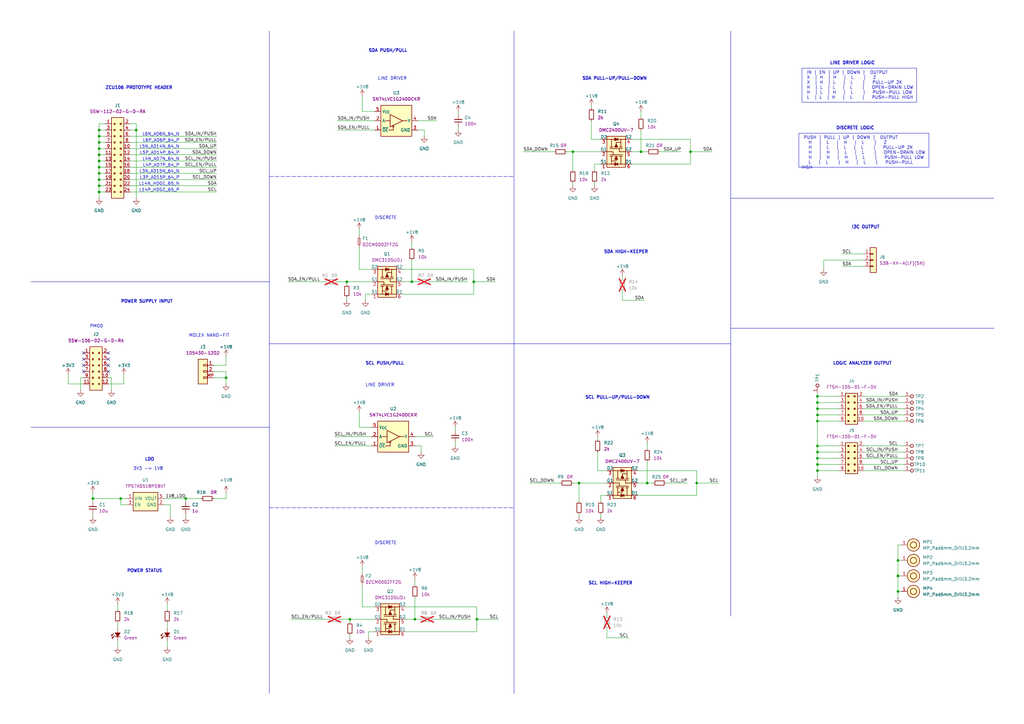
<source format=kicad_sch>
(kicad_sch (version 20230121) (generator eeschema)
  (paper "A3")
  (title_block (title "I3C output stage adapter") (date "2024-11-05") (rev "1.0.0") (company "Antmicro Ltd.") (comment 1 "www.antmicro.com"))
  (junction (at 142.24 115.57))
  (junction (at 368.3 242.57))
  (junction (at 40.64 71.12))
  (junction (at 40.64 55.88))
  (junction (at 335.28 182.88))
  (junction (at 40.64 60.96))
  (junction (at 40.64 76.2))
  (junction (at 335.28 167.64))
  (junction (at 40.64 53.34))
  (junction (at 335.28 190.5))
  (junction (at 170.18 254))
  (junction (at 40.64 78.74))
  (junction (at 194.31 115.57))
  (junction (at 262.89 62.23))
  (junction (at 38.1 204.47))
  (junction (at 40.64 73.66))
  (junction (at 285.75 198.12))
  (junction (at 237.49 198.12))
  (junction (at 40.64 63.5))
  (junction (at 265.43 198.12))
  (junction (at 335.28 162.56))
  (junction (at 49.53 204.47))
  (junction (at 40.64 68.58))
  (junction (at 335.28 187.96))
  (junction (at 55.88 53.34))
  (junction (at 368.3 236.22))
  (junction (at 40.64 58.42))
  (junction (at 76.2 204.47))
  (junction (at 335.28 172.72))
  (junction (at 195.58 254))
  (junction (at 143.51 254))
  (junction (at 40.64 66.04))
  (junction (at 368.3 229.87))
  (junction (at 168.91 115.57))
  (junction (at 335.28 193.04))
  (junction (at 335.28 165.1))
  (junction (at 335.28 170.18))
  (junction (at 234.95 62.23))
  (junction (at 92.71 154.94))
  (junction (at 283.21 62.23))
  (junction (at 335.28 185.42))
  (no_connect (at 34.29 144.78))
  (no_connect (at 44.45 152.4))
  (no_connect (at 44.45 149.86))
  (no_connect (at 34.29 149.86))
  (no_connect (at 34.29 152.4))
  (no_connect (at 44.45 147.32))
  (no_connect (at 34.29 147.32))
  (no_connect (at 44.45 144.78))
  (wire (pts (xy 255.27 114.3) (xy 255.27 113.03)))
  (wire (pts (xy 259.08 62.23) (xy 262.89 62.23)))
  (wire (pts (xy 38.1 212.09) (xy 38.1 210.82)))
  (wire (pts (xy 139.7 254) (xy 143.51 254)))
  (wire (pts (xy 48.26 255.27) (xy 48.26 257.81)))
  (wire (pts (xy 149.86 120.65) (xy 149.86 123.19)))
  (wire (pts (xy 245.11 180.34) (xy 245.11 179.07)))
  (wire (pts (xy 53.34 60.96) (xy 88.9 60.96)))
  (wire (pts (xy 153.67 45.72) (xy 148.59 45.72)))
  (wire (pts (xy 40.64 71.12) (xy 40.64 68.58)))
  (wire (pts (xy 76.2 204.47) (xy 82.55 204.47)))
  (wire (pts (xy 195.58 248.92) (xy 195.58 254)))
  (wire (pts (xy 165.1 115.57) (xy 168.91 115.57)))
  (polyline (pts (xy 299.72 134.62) (xy 407.67 134.62)))
  (wire (pts (xy 354.33 193.04) (xy 370.84 193.04)))
  (wire (pts (xy 187.96 45.72) (xy 187.96 46.99)))
  (wire (pts (xy 168.91 101.6) (xy 168.91 99.06)))
  (wire (pts (xy 170.18 179.07) (xy 177.8 179.07)))
  (wire (pts (xy 234.95 74.93) (xy 234.95 76.2)))
  (wire (pts (xy 142.24 115.57) (xy 142.24 116.84)))
  (wire (pts (xy 248.92 203.2) (xy 246.38 203.2)))
  (wire (pts (xy 354.33 187.96) (xy 370.84 187.96)))
  (wire (pts (xy 176.53 115.57) (xy 191.77 115.57)))
  (wire (pts (xy 283.21 57.15) (xy 283.21 62.23)))
  (wire (pts (xy 166.37 248.92) (xy 195.58 248.92)))
  (wire (pts (xy 40.64 58.42) (xy 43.18 58.42)))
  (wire (pts (xy 52.07 207.01) (xy 49.53 207.01)))
  (wire (pts (xy 255.27 123.19) (xy 264.16 123.19)))
  (wire (pts (xy 335.28 172.72) (xy 335.28 182.88)))
  (wire (pts (xy 171.45 49.53) (xy 179.07 49.53)))
  (wire (pts (xy 40.64 78.74) (xy 43.18 78.74)))
  (wire (pts (xy 40.64 55.88) (xy 40.64 53.34)))
  (wire (pts (xy 68.58 262.89) (xy 68.58 265.43)))
  (wire (pts (xy 243.84 74.93) (xy 243.84 76.2)))
  (wire (pts (xy 138.43 53.34) (xy 153.67 53.34)))
  (wire (pts (xy 335.28 165.1) (xy 335.28 167.64)))
  (wire (pts (xy 195.58 259.08) (xy 166.37 259.08)))
  (wire (pts (xy 50.8 157.48) (xy 44.45 157.48)))
  (polyline (pts (xy 299.72 252.73) (xy 299.72 12.7)))
  (wire (pts (xy 259.08 57.15) (xy 283.21 57.15)))
  (wire (pts (xy 165.1 110.49) (xy 194.31 110.49)))
  (wire (pts (xy 265.43 184.15) (xy 265.43 181.61)))
  (wire (pts (xy 195.58 254) (xy 195.58 259.08)))
  (wire (pts (xy 354.33 185.42) (xy 370.84 185.42)))
  (wire (pts (xy 53.34 71.12) (xy 88.9 71.12)))
  (wire (pts (xy 194.31 110.49) (xy 194.31 115.57)))
  (wire (pts (xy 173.99 53.34) (xy 173.99 55.88)))
  (wire (pts (xy 142.24 121.92) (xy 142.24 123.19)))
  (wire (pts (xy 261.62 198.12) (xy 265.43 198.12)))
  (wire (pts (xy 92.71 201.93) (xy 92.71 204.47)))
  (wire (pts (xy 119.38 254) (xy 134.62 254)))
  (wire (pts (xy 147.32 175.26) (xy 147.32 168.91)))
  (wire (pts (xy 69.85 207.01) (xy 69.85 212.09)))
  (wire (pts (xy 68.58 255.27) (xy 68.58 257.81)))
  (wire (pts (xy 368.3 236.22) (xy 368.3 242.57)))
  (wire (pts (xy 335.28 161.29) (xy 335.28 162.56)))
  (wire (pts (xy 242.57 57.15) (xy 246.38 57.15)))
  (wire (pts (xy 53.34 68.58) (xy 88.9 68.58)))
  (wire (pts (xy 92.71 152.4) (xy 92.71 154.94)))
  (wire (pts (xy 242.57 49.53) (xy 242.57 57.15)))
  (wire (pts (xy 53.34 58.42) (xy 88.9 58.42)))
  (wire (pts (xy 48.26 247.65) (xy 48.26 250.19)))
  (wire (pts (xy 55.88 53.34) (xy 55.88 50.8)))
  (wire (pts (xy 40.64 66.04) (xy 40.64 63.5)))
  (wire (pts (xy 40.64 63.5) (xy 43.18 63.5)))
  (wire (pts (xy 153.67 259.08) (xy 151.13 259.08)))
  (wire (pts (xy 335.28 185.42) (xy 344.17 185.42)))
  (wire (pts (xy 40.64 81.28) (xy 40.64 78.74)))
  (wire (pts (xy 187.96 53.34) (xy 187.96 52.07)))
  (wire (pts (xy 50.8 157.48) (xy 50.8 153.67)))
  (wire (pts (xy 261.62 203.2) (xy 285.75 203.2)))
  (wire (pts (xy 242.57 44.45) (xy 242.57 43.18)))
  (wire (pts (xy 40.64 53.34) (xy 40.64 50.8)))
  (wire (pts (xy 283.21 62.23) (xy 283.21 67.31)))
  (wire (pts (xy 53.34 63.5) (xy 88.9 63.5)))
  (wire (pts (xy 335.28 167.64) (xy 344.17 167.64)))
  (wire (pts (xy 152.4 175.26) (xy 147.32 175.26)))
  (wire (pts (xy 40.64 66.04) (xy 43.18 66.04)))
  (wire (pts (xy 40.64 60.96) (xy 43.18 60.96)))
  (wire (pts (xy 40.64 58.42) (xy 40.64 55.88)))
  (wire (pts (xy 27.94 157.48) (xy 34.29 157.48)))
  (wire (pts (xy 53.34 76.2) (xy 88.9 76.2)))
  (polyline (pts (xy 210.82 284.48) (xy 210.82 12.7)))
  (wire (pts (xy 354.33 162.56) (xy 370.84 162.56)))
  (wire (pts (xy 337.82 106.68) (xy 337.82 110.49)))
  (wire (pts (xy 68.58 247.65) (xy 68.58 250.19)))
  (wire (pts (xy 335.28 172.72) (xy 344.17 172.72)))
  (wire (pts (xy 285.75 193.04) (xy 285.75 198.12)))
  (polyline (pts (xy 110.49 208.28) (xy 210.82 208.28)) (stroke (width 0) (type dash)))
  (wire (pts (xy 40.64 53.34) (xy 43.18 53.34)))
  (wire (pts (xy 40.64 76.2) (xy 43.18 76.2)))
  (polyline (pts (xy 299.72 81.28) (xy 407.67 81.28)))
  (wire (pts (xy 354.33 104.14) (xy 345.44 104.14)))
  (wire (pts (xy 369.57 223.52) (xy 368.3 223.52)))
  (wire (pts (xy 186.69 182.88) (xy 186.69 181.61)))
  (polyline (pts (xy 12.7 115.57) (xy 110.49 115.57)))
  (wire (pts (xy 138.43 49.53) (xy 153.67 49.53)))
  (wire (pts (xy 354.33 165.1) (xy 370.84 165.1)))
  (wire (pts (xy 335.28 170.18) (xy 335.28 172.72)))
  (wire (pts (xy 285.75 198.12) (xy 285.75 203.2)))
  (wire (pts (xy 283.21 62.23) (xy 292.1 62.23)))
  (wire (pts (xy 261.62 193.04) (xy 285.75 193.04)))
  (wire (pts (xy 369.57 242.57) (xy 368.3 242.57)))
  (wire (pts (xy 55.88 81.28) (xy 55.88 53.34)))
  (polyline (pts (xy 110.49 284.48) (xy 110.49 12.7)))
  (wire (pts (xy 234.95 62.23) (xy 246.38 62.23)))
  (wire (pts (xy 237.49 210.82) (xy 237.49 212.09)))
  (wire (pts (xy 177.8 254) (xy 193.04 254)))
  (wire (pts (xy 166.37 254) (xy 170.18 254)))
  (wire (pts (xy 33.02 154.94) (xy 34.29 154.94)))
  (wire (pts (xy 45.72 154.94) (xy 44.45 154.94)))
  (wire (pts (xy 87.63 204.47) (xy 92.71 204.47)))
  (wire (pts (xy 143.51 254) (xy 153.67 254)))
  (wire (pts (xy 143.51 260.35) (xy 143.51 261.62)))
  (wire (pts (xy 92.71 146.05) (xy 92.71 149.86)))
  (wire (pts (xy 38.1 204.47) (xy 49.53 204.47)))
  (wire (pts (xy 170.18 182.88) (xy 172.72 182.88)))
  (wire (pts (xy 148.59 248.92) (xy 148.59 240.03)))
  (wire (pts (xy 186.69 175.26) (xy 186.69 176.53)))
  (wire (pts (xy 152.4 110.49) (xy 147.32 110.49)))
  (wire (pts (xy 40.64 50.8) (xy 43.18 50.8)))
  (wire (pts (xy 137.16 182.88) (xy 152.4 182.88)))
  (wire (pts (xy 335.28 162.56) (xy 335.28 165.1)))
  (wire (pts (xy 335.28 190.5) (xy 335.28 193.04)))
  (wire (pts (xy 49.53 207.01) (xy 49.53 204.47)))
  (wire (pts (xy 354.33 167.64) (xy 370.84 167.64)))
  (wire (pts (xy 76.2 212.09) (xy 76.2 210.82)))
  (wire (pts (xy 335.28 193.04) (xy 344.17 193.04)))
  (wire (pts (xy 237.49 198.12) (xy 248.92 198.12)))
  (wire (pts (xy 152.4 120.65) (xy 149.86 120.65)))
  (wire (pts (xy 67.31 207.01) (xy 69.85 207.01)))
  (wire (pts (xy 368.3 242.57) (xy 368.3 245.11)))
  (wire (pts (xy 40.64 60.96) (xy 40.64 58.42)))
  (wire (pts (xy 33.02 154.94) (xy 33.02 160.02)))
  (wire (pts (xy 245.11 185.42) (xy 245.11 193.04)))
  (wire (pts (xy 243.84 67.31) (xy 243.84 69.85)))
  (wire (pts (xy 40.64 55.88) (xy 43.18 55.88)))
  (wire (pts (xy 87.63 152.4) (xy 92.71 152.4)))
  (wire (pts (xy 148.59 234.95) (xy 148.59 232.41)))
  (wire (pts (xy 335.28 170.18) (xy 344.17 170.18)))
  (wire (pts (xy 27.94 157.48) (xy 27.94 153.67)))
  (wire (pts (xy 40.64 68.58) (xy 43.18 68.58)))
  (wire (pts (xy 170.18 245.11) (xy 170.18 254)))
  (wire (pts (xy 92.71 149.86) (xy 87.63 149.86)))
  (polyline (pts (xy 12.7 175.26) (xy 110.49 175.26)))
  (wire (pts (xy 76.2 204.47) (xy 76.2 205.74)))
  (wire (pts (xy 262.89 48.26) (xy 262.89 45.72)))
  (wire (pts (xy 194.31 115.57) (xy 203.2 115.57)))
  (wire (pts (xy 53.34 78.74) (xy 88.9 78.74)))
  (wire (pts (xy 92.71 157.48) (xy 92.71 154.94)))
  (wire (pts (xy 87.63 154.94) (xy 92.71 154.94)))
  (wire (pts (xy 248.92 257.81) (xy 248.92 261.62)))
  (wire (pts (xy 67.31 204.47) (xy 76.2 204.47)))
  (wire (pts (xy 138.43 115.57) (xy 142.24 115.57)))
  (wire (pts (xy 170.18 240.03) (xy 170.18 237.49)))
  (wire (pts (xy 40.64 68.58) (xy 40.64 66.04)))
  (wire (pts (xy 262.89 53.34) (xy 262.89 62.23)))
  (wire (pts (xy 55.88 50.8) (xy 53.34 50.8)))
  (wire (pts (xy 118.11 115.57) (xy 133.35 115.57)))
  (wire (pts (xy 137.16 179.07) (xy 152.4 179.07)))
  (wire (pts (xy 40.64 73.66) (xy 43.18 73.66)))
  (wire (pts (xy 45.72 154.94) (xy 45.72 160.02)))
  (wire (pts (xy 259.08 67.31) (xy 283.21 67.31)))
  (wire (pts (xy 262.89 62.23) (xy 265.43 62.23)))
  (wire (pts (xy 148.59 45.72) (xy 148.59 39.37)))
  (wire (pts (xy 194.31 115.57) (xy 194.31 120.65)))
  (wire (pts (xy 246.38 203.2) (xy 246.38 205.74)))
  (wire (pts (xy 335.28 187.96) (xy 335.28 190.5)))
  (wire (pts (xy 53.34 55.88) (xy 88.9 55.88)))
  (wire (pts (xy 53.34 66.04) (xy 88.9 66.04)))
  (wire (pts (xy 147.32 96.52) (xy 147.32 93.98)))
  (wire (pts (xy 40.64 63.5) (xy 40.64 60.96)))
  (wire (pts (xy 354.33 170.18) (xy 370.84 170.18)))
  (wire (pts (xy 337.82 106.68) (xy 354.33 106.68)))
  (wire (pts (xy 369.57 229.87) (xy 368.3 229.87)))
  (wire (pts (xy 48.26 262.89) (xy 48.26 265.43)))
  (wire (pts (xy 354.33 109.22) (xy 345.44 109.22)))
  (wire (pts (xy 265.43 198.12) (xy 267.97 198.12)))
  (wire (pts (xy 335.28 182.88) (xy 344.17 182.88)))
  (wire (pts (xy 369.57 236.22) (xy 368.3 236.22)))
  (wire (pts (xy 40.64 76.2) (xy 40.64 73.66)))
  (wire (pts (xy 265.43 189.23) (xy 265.43 198.12)))
  (wire (pts (xy 335.28 165.1) (xy 344.17 165.1)))
  (wire (pts (xy 53.34 53.34) (xy 55.88 53.34)))
  (wire (pts (xy 40.64 71.12) (xy 43.18 71.12)))
  (wire (pts (xy 171.45 53.34) (xy 173.99 53.34)))
  (wire (pts (xy 53.34 73.66) (xy 88.9 73.66)))
  (wire (pts (xy 273.05 198.12) (xy 281.94 198.12)))
  (wire (pts (xy 170.18 254) (xy 172.72 254)))
  (wire (pts (xy 270.51 62.23) (xy 279.4 62.23)))
  (wire (pts (xy 232.41 62.23) (xy 234.95 62.23)))
  (wire (pts (xy 49.53 204.47) (xy 52.07 204.47)))
  (wire (pts (xy 153.67 248.92) (xy 148.59 248.92)))
  (polyline (pts (xy 110.49 140.97) (xy 299.72 140.97)))
  (polyline (pts (xy 110.49 72.39) (xy 210.82 72.39)) (stroke (width 0) (type dash)))
  (wire (pts (xy 335.28 185.42) (xy 335.28 187.96)))
  (wire (pts (xy 151.13 259.08) (xy 151.13 261.62)))
  (wire (pts (xy 194.31 120.65) (xy 165.1 120.65)))
  (wire (pts (xy 354.33 182.88) (xy 370.84 182.88)))
  (wire (pts (xy 234.95 198.12) (xy 237.49 198.12)))
  (wire (pts (xy 147.32 110.49) (xy 147.32 101.6)))
  (wire (pts (xy 354.33 190.5) (xy 370.84 190.5)))
  (wire (pts (xy 335.28 167.64) (xy 335.28 170.18)))
  (wire (pts (xy 285.75 198.12) (xy 294.64 198.12)))
  (wire (pts (xy 40.64 73.66) (xy 40.64 71.12)))
  (wire (pts (xy 168.91 106.68) (xy 168.91 115.57)))
  (wire (pts (xy 40.64 78.74) (xy 40.64 76.2)))
  (wire (pts (xy 38.1 201.93) (xy 38.1 204.47)))
  (wire (pts (xy 354.33 172.72) (xy 370.84 172.72)))
  (wire (pts (xy 143.51 254) (xy 143.51 255.27)))
  (wire (pts (xy 214.63 62.23) (xy 227.33 62.23)))
  (wire (pts (xy 195.58 254) (xy 204.47 254)))
  (wire (pts (xy 248.92 261.62) (xy 257.81 261.62)))
  (wire (pts (xy 335.28 182.88) (xy 335.28 185.42)))
  (wire (pts (xy 335.28 193.04) (xy 335.28 195.58)))
  (wire (pts (xy 172.72 182.88) (xy 172.72 185.42)))
  (wire (pts (xy 168.91 115.57) (xy 171.45 115.57)))
  (wire (pts (xy 335.28 190.5) (xy 344.17 190.5)))
  (wire (pts (xy 335.28 187.96) (xy 344.17 187.96)))
  (wire (pts (xy 237.49 198.12) (xy 237.49 205.74)))
  (wire (pts (xy 245.11 193.04) (xy 248.92 193.04)))
  (wire (pts (xy 217.17 198.12) (xy 229.87 198.12)))
  (wire (pts (xy 246.38 210.82) (xy 246.38 212.09)))
  (wire (pts (xy 234.95 62.23) (xy 234.95 69.85)))
  (wire (pts (xy 248.92 252.73) (xy 248.92 251.46)))
  (wire (pts (xy 255.27 119.38) (xy 255.27 123.19)))
  (wire (pts (xy 246.38 67.31) (xy 243.84 67.31)))
  (wire (pts (xy 335.28 162.56) (xy 344.17 162.56)))
  (wire (pts (xy 368.3 223.52) (xy 368.3 229.87)))
  (wire (pts (xy 368.3 229.87) (xy 368.3 236.22)))
  (wire (pts (xy 38.1 205.74) (xy 38.1 204.47)))
  (wire (pts (xy 142.24 115.57) (xy 152.4 115.57)))
  (text_box " IN | EN | UP | DOWN |  OUTPUT\n X  | H  | H   |  L    |   Z\n X  | H  | L   |  L    |   PULL-UP 2K\n H  | L  | L   |  L    |   OPEN-DRAIN LOW\n H  | L  | H   |  L    |   PUSH-PULL LOW\n L  | L  | H   |  L    |   PUSH-PULL HIGH" (at 328.93 27.94 0) (size 46.99 13.97) (effects (font (size 1.27 1.27)) (justify left top)))
  (text_box " PUSH | PULL | UP | DOWN |  OUTPUT\n   H   |  L   |  H   |  L    |   Z\n   H   |  L   |  L   |  L    |   PULL-UP 2K\n   H   |  H   |  L   |  L    |   OPEN-DRAIN LOW\n   H   |  H   |  H   |  L    |   PUSH-PULL LOW\n   L   |  L    |  H   |  L    |   PUSH-PULL HIGH" (at 327.66 54.61 0) (size 53.34 13.97) (effects (font (size 1.27 1.27)) (justify left top)))
  (text "LINE DRIVER" (at 154.94 33.02 0) (effects (font (size 1.27 1.27)) (justify left bottom)))
  (text "L4N_AD7N_64_N" (at 73.66 66.04 0) (effects (font (size 1.27 1.27)) (justify right bottom)))
  (text "DISCRETE" (at 153.67 90.17 0) (effects (font (size 1.27 1.27)) (justify left bottom)))
  (text "L3N_AD15N_64_N" (at 73.66 71.12 0) (effects (font (size 1.27 1.27)) (justify right bottom)))
  (text "DISCRETE LOGIC" (at 342.9 53.34 0) (effects (font (size 1.27 1.27) (thickness 0.254) bold) (justify left bottom)))
  (text "LINE DRIVER LOGIC" (at 340.36 26.67 0) (effects (font (size 1.27 1.27) (thickness 0.254) bold) (justify left bottom)))
  (text "L6P_AD6P_64_P" (at 73.66 58.42 0) (effects (font (size 1.27 1.27)) (justify right bottom)))
  (text "SCL PUSH/PULL" (at 149.86 149.86 0) (effects (font (size 1.27 1.27) (thickness 0.254) bold) (justify left bottom)))
  (text "L14N_HDGC_65_N" (at 73.66 76.2 0) (effects (font (size 1.27 1.27)) (justify right bottom)))
  (text "SDA PUSH/PULL" (at 151.13 21.59 0) (effects (font (size 1.27 1.27) (thickness 0.254) bold) (justify left bottom)))
  (text " LDO" (at 58.42 189.23 0) (effects (font (size 1.27 1.27) (thickness 0.254) bold) (justify left bottom)))
  (text "LOGIC ANALYZER OUTPUT" (at 341.63 149.86 0) (effects (font (size 1.27 1.27) (thickness 0.254) bold) (justify left bottom)))
  (text "DISCRETE" (at 153.67 223.52 0) (effects (font (size 1.27 1.27)) (justify left bottom)))
  (text "MOLEX NANO-FIT" (at 77.47 138.43 0) (effects (font (size 1.27 1.27)) (justify left bottom)))
  (text "L6N_AD6N_64_N" (at 73.66 55.88 0) (effects (font (size 1.27 1.27)) (justify right bottom)))
  (text "L5N_AD14N_64_N" (at 73.66 60.96 0) (effects (font (size 1.27 1.27)) (justify right bottom)))
  (text "LINE DRIVER" (at 149.86 158.75 0) (effects (font (size 1.27 1.27)) (justify left bottom)))
  (text "SDA HIGH-KEEPER" (at 247.65 104.14 0) (effects (font (size 1.27 1.27) (thickness 0.254) bold) (justify left bottom)))
  (text "L4P_AD7P_64_P" (at 73.66 68.58 0) (effects (font (size 1.27 1.27)) (justify right bottom)))
  (text "L5P_AD14P_64_P" (at 73.66 63.5 0) (effects (font (size 1.27 1.27)) (justify right bottom)))
  (text "PMOD" (at 36.83 134.62 0) (effects (font (size 1.27 1.27)) (justify left bottom)))
  (text "SCL PULL-UP/PULL-DOWN" (at 240.03 163.83 0) (effects (font (size 1.27 1.27) (thickness 0.254) bold) (justify left bottom)))
  (text "ZCU106 PROTOTYPE HEADER" (at 43.18 36.83 0) (effects (font (size 1.27 1.27) (thickness 0.254) bold) (justify left bottom)))
  (text "SCL HIGH-KEEPER" (at 241.3 240.03 0) (effects (font (size 1.27 1.27) (thickness 0.254) bold) (justify left bottom)))
  (text "I3C OUTPUT" (at 349.25 93.98 0) (effects (font (size 1.27 1.27) (thickness 0.254) bold) (justify left bottom)))
  (text "L3P_AD15P_64_P" (at 73.66 73.66 0) (effects (font (size 1.27 1.27)) (justify right bottom)))
  (text "L14P_HDGC_65_P" (at 73.66 78.74 0) (effects (font (size 1.27 1.27)) (justify right bottom)))
  (text "SDA PULL-UP/PULL-DOWN" (at 238.76 33.02 0) (effects (font (size 1.27 1.27) (thickness 0.254) bold) (justify left bottom)))
  (text "POWER SUPPLY INPUT" (at 49.53 124.46 0) (effects (font (size 1.27 1.27) (thickness 0.254) bold) (justify left bottom)))
  (text "3V3 -> 1V8" (at 54.61 193.04 0) (effects (font (size 1.27 1.27)) (justify left bottom)))
  (text "POWER STATUS" (at 52.07 234.95 0) (effects (font (size 1.27 1.27) (thickness 0.254) bold) (justify left bottom)))
  (label "SCL_EN{slash}PULL" (at 119.38 254 0))
  (label "SDA_EN{slash}PULL" (at 138.43 53.34 0))
  (label "SDA_DOWN" (at 214.63 62.23 0))
  (label "SDA_EN{slash}PULL" (at 118.11 115.57 0))
  (label "SDA_UP" (at 368.3 170.18 180))
  (label "SCL_IN{slash}PUSH" (at 368.3 185.42 180))
  (label "SDA" (at 203.2 115.57 180))
  (label "SDA_EN{slash}PULL" (at 88.9 58.42 180))
  (label "SCL_EN{slash}PULL" (at 88.9 68.58 180))
  (label "SDA_UP" (at 88.9 60.96 180))
  (label "SCL" (at 177.8 179.07 180))
  (label "SDA" (at 345.44 109.22 0))
  (label "SDA_IN{slash}PUSH" (at 368.3 165.1 180))
  (label "SCL" (at 294.64 198.12 180))
  (label "SDA_IN{slash}PUSH" (at 191.77 115.57 180))
  (label "SDA_EN{slash}PULL" (at 368.3 167.64 180))
  (label "SDA_IN{slash}PUSH" (at 138.43 49.53 0))
  (label "SDA_DOWN" (at 88.9 63.5 180))
  (label "SCL" (at 204.47 254 180))
  (label "SCL_EN{slash}PULL" (at 368.3 187.96 180))
  (label "SCL" (at 345.44 104.14 0))
  (label "SCL" (at 88.9 78.74 180))
  (label "SCL_EN{slash}PULL" (at 137.16 182.88 0))
  (label "SCL_DOWN" (at 368.3 193.04 180))
  (label "1V8_LDO" (at 76.2 204.47 180))
  (label "SCL_IN{slash}PUSH" (at 193.04 254 180))
  (label "SCL" (at 257.81 261.62 180))
  (label "SCL_IN{slash}PUSH" (at 137.16 179.07 0))
  (label "SCL_UP" (at 368.3 190.5 180))
  (label "SDA_DOWN" (at 368.3 172.72 180))
  (label "SDA_UP" (at 279.4 62.23 180))
  (label "SDA" (at 264.16 123.19 180))
  (label "SDA" (at 88.9 76.2 180))
  (label "SDA" (at 179.07 49.53 180))
  (label "SCL" (at 368.3 182.88 180))
  (label "SDA" (at 292.1 62.23 180))
  (label "SCL_DOWN" (at 217.17 198.12 0))
  (label "SCL_UP" (at 281.94 198.12 180))
  (label "SDA" (at 368.3 162.56 180))
  (label "SCL_IN{slash}PUSH" (at 88.9 66.04 180))
  (label "SDA_IN{slash}PUSH" (at 88.9 55.88 180))
  (label "SCL_DOWN" (at 88.9 73.66 180))
  (label "SCL_UP" (at 88.9 71.12 180))
  (symbol (lib_id "antmicroCapacitors0402:C_100n_0402") (at 186.69 181.61 270) (mirror x) (unit 1)
    (property "Reference" "C3" (at 189.23 177.7936 90) (effects (justify left)))
    (property "Value" "C_100n_0402" (effects hide))
    (property "Footprint" "antmicro-footprints:C_0402_1005Metric" (effects hide))
    (property "Datasheet" "https://www.murata.com/products/productdetail?partno=GRM155R61H104KE14%23" (effects hide))
    (property "MPN" "GRM155R61H104KE14D" (effects hide))
    (property "Manufacturer" "Murata" (effects hide))
    (property "License" "Apache-2.0" (effects hide))
    (property "Author" "Antmicro" (effects hide))
    (property "Val" "100n" (at 189.23 180.3336 90) (effects (justify left)))
    (property "Voltage" "50V" (effects hide))
    (property "Dielectric" "X5R" (effects hide))
  )
  (symbol (lib_id "antmicroResistors0402:R_10k_0402") (at 255.27 119.38 90) (unit 1) (dnp yes)
    (property "Reference" "R14" (at 257.81 115.57 90) (effects (justify right)))
    (property "Value" "R_10k_0402" (effects hide))
    (property "Footprint" "antmicro-footprints:R_0402_1005Metric" (effects hide))
    (property "Datasheet" "https://www.bourns.com/docs/product-datasheets/cr.pdf" (effects hide))
    (property "MPN" "CR0402-FX-1002GLF" (effects hide))
    (property "Manufacturer" "Bourns" (effects hide))
    (property "License" "Apache-2.0" (effects hide))
    (property "Author" "Antmicro" (effects hide))
    (property "Val" "10k" (at 257.81 118.11 90) (effects (justify right)))
    (property "Tolerance" "1%" (effects hide))
  )
  (symbol (lib_id "antmicropower:+3V3") (at 27.94 153.67 0) (mirror y) (unit 1)
    (property "Reference" "#PWR04" (effects hide))
    (property "Value" "+3V3" (at 27.94 149.86 0))
    (property "Author" "Antmicro" (effects hide))
    (property "License" "Apache-2.0" (effects hide))
  )
  (symbol (lib_id "antmicropower:GND") (at 142.24 123.19 0) (unit 1)
    (property "Reference" "#PWR013" (effects hide))
    (property "Value" "GND" (at 142.24 128.27 0))
    (property "Author" "Antmicro" (effects hide))
    (property "License" "Apache-2.0" (effects hide))
  )
  (symbol (lib_id "antmicroResistors0402:R_0R_0402") (at 82.55 204.47 0) (unit 1)
    (property "Reference" "R16" (at 82.55 201.93 0))
    (property "Value" "R_0R_0402" (effects hide))
    (property "Footprint" "antmicro-footprints:R_0402_1005Metric" (effects hide))
    (property "Datasheet" "https://industrial.panasonic.com/cdbs/www-data/pdf/RDA0000/AOA0000C301.pdf" (effects hide))
    (property "MPN" "ERJ2GE0R00X" (effects hide))
    (property "Manufacturer" "Panasonic" (effects hide))
    (property "License" "Apache-2.0" (effects hide))
    (property "Author" "Antmicro" (effects hide))
    (property "Val" "0R" (at 87.63 201.93 0))
    (property "Current" "1A" (effects hide))
  )
  (symbol (lib_id "antmicropower:GND") (at 38.1 212.09 0) (unit 1)
    (property "Reference" "#PWR02" (effects hide))
    (property "Value" "GND" (at 38.1 217.17 0))
    (property "Author" "Antmicro" (effects hide))
    (property "License" "Apache-2.0" (effects hide))
  )
  (symbol (lib_id "antmicroTestPoints:TP_1.5mm_SMD") (at 370.84 172.72 0) (mirror x) (unit 1) (in_bom no)
    (property "Reference" "TP6" (at 377.19 172.72 0))
    (property "Value" "TP_1.5mm_SMD" (effects hide))
    (property "Footprint" "antmicro-footprints:TP_SMD_1.5mm" (effects hide))
    (property "Author" "Antmicro" (effects hide))
    (property "License" "Apache-2.0" (effects hide))
  )
  (symbol (lib_id "antmicropower:GND") (at 234.95 76.2 0) (unit 1)
    (property "Reference" "#PWR038" (effects hide))
    (property "Value" "GND" (at 234.95 81.28 0))
    (property "Author" "Antmicro" (effects hide))
    (property "License" "Apache-2.0" (effects hide))
  )
  (symbol (lib_id "antmicropower:+3V3") (at 38.1 201.93 0) (unit 1)
    (property "Reference" "#PWR01" (effects hide))
    (property "Value" "+3V3" (at 38.1 198.12 0))
    (property "Author" "Antmicro" (effects hide))
    (property "License" "Apache-2.0" (effects hide))
  )
  (symbol (lib_id "antmicroResistors0402:R_0R_0402") (at 172.72 254 0) (unit 1) (dnp yes)
    (property "Reference" "R8" (at 173.99 251.46 0))
    (property "Value" "R_0R_0402" (effects hide))
    (property "Footprint" "antmicro-footprints:R_0402_1005Metric" (effects hide))
    (property "Datasheet" "https://industrial.panasonic.com/cdbs/www-data/pdf/RDA0000/AOA0000C301.pdf" (effects hide))
    (property "MPN" "ERJ2GE0R00X" (effects hide))
    (property "Manufacturer" "Panasonic" (effects hide))
    (property "License" "Apache-2.0" (effects hide))
    (property "Author" "Antmicro" (effects hide))
    (property "Val" "0R" (at 177.8 251.46 0))
    (property "Current" "1A" (effects hide))
  )
  (symbol (lib_id "antmicroGenericPinSockets:PinSocket_2x12_P2.54mm_Drill1.04mm_Horizontal") (at 43.18 50.8 0) (unit 1)
    (property "Reference" "J1" (at 48.26 43.18 0))
    (property "Value" "PinSocket_2x12_P2.54mm_Drill1.04mm_Horizontal" (effects hide))
    (property "Footprint" "antmicro-footprints:PinSocket_2x12_P2.54mm_Drill1.04mm_Horizontal" (effects hide))
    (property "Datasheet" "https://suddendocs.samtec.com/prints/ssw-1xx-xx-xxx-x-xx-xxx-xx-mkt.pdf" (effects hide))
    (property "MPN" "SSW-112-02-G-D-RA" (at 48.26 45.72 0))
    (property "Manufacturer" "Samtec" (effects hide))
    (property "Author" "Antmicro" (effects hide))
    (property "License" "Apache-2.0" (effects hide))
  )
  (symbol (lib_id "antmicroResistors0402:R_2k_0402") (at 245.11 185.42 90) (unit 1)
    (property "Reference" "R22" (at 247.65 181.61 90) (effects (justify right)))
    (property "Value" "R_2k_0402" (effects hide))
    (property "Footprint" "antmicro-footprints:R_0402_1005Metric" (effects hide))
    (property "Datasheet" "https://www.bourns.com/docs/product-datasheets/cr.pdf" (effects hide))
    (property "MPN" "CR0402-FX-2001GLF" (effects hide))
    (property "Manufacturer" "Bourns" (effects hide))
    (property "License" "Apache-2.0" (effects hide))
    (property "Author" "Antmicro" (effects hide))
    (property "Val" "2k" (at 247.65 184.15 90) (effects (justify right)))
    (property "Tolerance" "1%" (effects hide))
  )
  (symbol (lib_id "antmicropower:GND") (at 45.72 160.02 0) (unit 1)
    (property "Reference" "#PWR07" (effects hide))
    (property "Value" "GND" (at 45.72 165.1 0))
    (property "Author" "Antmicro" (effects hide))
    (property "License" "Apache-2.0" (effects hide))
  )
  (symbol (lib_id "antmicroTestPoints:TP_1.5mm_SMD") (at 370.84 162.56 0) (mirror x) (unit 1) (in_bom no)
    (property "Reference" "TP2" (at 377.19 162.56 0))
    (property "Value" "TP_1.5mm_SMD" (effects hide))
    (property "Footprint" "antmicro-footprints:TP_SMD_1.5mm" (effects hide))
    (property "Author" "Antmicro" (effects hide))
    (property "License" "Apache-2.0" (effects hide))
  )
  (symbol (lib_id "antmicroWire2BoardConnectors:JST_XH_1x3_S3B-XH-A-LF-SN") (at 354.33 104.14 0) (unit 1)
    (property "Reference" "J6" (at 360.68 105.41 0) (effects (justify left)))
    (property "Value" "JST_XH_1x3_S3B-XH-A-LF-SN" (effects hide))
    (property "Footprint" "antmicro-footprints:Conn_JST_XH_1x3_S3B-XH-A-LF-SN" (effects hide))
    (property "Datasheet" "https://www.tme.eu/Document/0a99312bb6c67d3f0f7869fe9a023cea/XH.pdf" (effects hide))
    (property "MPN" "S3B-XH-A(LF)(SN)" (at 360.68 107.95 0) (effects (justify left)))
    (property "Manufacturer" "JST Automotive Connectors" (effects hide))
    (property "Author" "Antmicro" (effects hide))
    (property "License" "Apache-2.0" (effects hide))
  )
  (symbol (lib_id "antmicroResistors0402:R_10k_0402") (at 170.18 245.11 90) (unit 1)
    (property "Reference" "R6" (at 172.72 241.3 90) (effects (justify right)))
    (property "Value" "R_10k_0402" (effects hide))
    (property "Footprint" "antmicro-footprints:R_0402_1005Metric" (effects hide))
    (property "Datasheet" "https://www.bourns.com/docs/product-datasheets/cr.pdf" (effects hide))
    (property "MPN" "CR0402-FX-1002GLF" (effects hide))
    (property "Manufacturer" "Bourns" (effects hide))
    (property "License" "Apache-2.0" (effects hide))
    (property "Author" "Antmicro" (effects hide))
    (property "Val" "10k" (at 172.72 243.84 90) (effects (justify right)))
    (property "Tolerance" "1%" (effects hide))
  )
  (symbol (lib_id "antmicroLEDIndicationDiscrete:LED_G_0402_VLMTG1500-GS08") (at 68.58 262.89 90) (unit 1)
    (property "Reference" "D1" (at 71.12 259.08 90) (effects (justify right)))
    (property "Value" "LED_G_0402_VLMTG1500-GS08" (effects hide))
    (property "Footprint" "antmicro-footprints:LED_0402_1005Metric_G" (effects hide))
    (property "Datasheet" "https://www.vishay.com/docs/82554/vlmo1500.pdf" (effects hide))
    (property "MPN" "VLMTG1500-GS08" (effects hide))
    (property "Manufacturer" "Vishay" (effects hide))
    (property "Color" "Green" (at 71.12 261.62 90) (effects (justify right)))
    (property "Author" "Antmicro" (effects hide))
    (property "License" "Apache-2.0" (effects hide))
  )
  (symbol (lib_id "antmicroResistors0402:R_10k_0402") (at 262.89 53.34 90) (unit 1)
    (property "Reference" "R20" (at 265.43 49.53 90) (effects (justify right)))
    (property "Value" "R_10k_0402" (effects hide))
    (property "Footprint" "antmicro-footprints:R_0402_1005Metric" (effects hide))
    (property "Datasheet" "https://www.bourns.com/docs/product-datasheets/cr.pdf" (effects hide))
    (property "MPN" "CR0402-FX-1002GLF" (effects hide))
    (property "Manufacturer" "Bourns" (effects hide))
    (property "License" "Apache-2.0" (effects hide))
    (property "Author" "Antmicro" (effects hide))
    (property "Val" "10k" (at 265.43 52.07 90) (effects (justify right)))
    (property "Tolerance" "1%" (effects hide))
  )
  (symbol (lib_id "antmicropower:+1V8") (at 168.91 99.06 0) (unit 1)
    (property "Reference" "#PWR021" (effects hide))
    (property "Value" "+1V8" (at 168.91 95.25 0))
    (property "Author" "Antmicro" (effects hide))
    (property "License" "Apache-2.0" (effects hide))
  )
  (symbol (lib_id "antmicroTransistorsFETsMOSFETsArrays:DMC2400UV-7") (at 248.92 203.2 0) (mirror x) (unit 1)
    (property "Reference" "Q3" (at 255.27 186.69 0))
    (property "Value" "DMC2400UV-7" (effects hide))
    (property "Footprint" "antmicro-footprints:SOT-563" (effects hide))
    (property "Datasheet" "https://www.mouser.com/datasheet/2/115/DIOD_S_A0010038249_1-2543538.pdf" (effects hide))
    (property "MPN" "DMC2400UV-7" (at 255.27 189.23 0))
    (property "Manufacturer" "Diodes Incorporated" (effects hide))
    (property "Author" "Antmicro" (effects hide))
    (property "License" "Apache-2.0" (effects hide))
  )
  (symbol (lib_id "antmicroResistors0402:R_2k_0402") (at 242.57 49.53 90) (unit 1)
    (property "Reference" "R11" (at 245.11 45.72 90) (effects (justify right)))
    (property "Value" "R_2k_0402" (effects hide))
    (property "Footprint" "antmicro-footprints:R_0402_1005Metric" (effects hide))
    (property "Datasheet" "https://www.bourns.com/docs/product-datasheets/cr.pdf" (effects hide))
    (property "MPN" "CR0402-FX-2001GLF" (effects hide))
    (property "Manufacturer" "Bourns" (effects hide))
    (property "License" "Apache-2.0" (effects hide))
    (property "Author" "Antmicro" (effects hide))
    (property "Val" "2k" (at 245.11 48.26 90) (effects (justify right)))
    (property "Tolerance" "1%" (effects hide))
  )
  (symbol (lib_id "antmicroResistors0402:R_10k_0402") (at 237.49 210.82 90) (unit 1)
    (property "Reference" "R10" (at 240.03 207.01 90) (effects (justify right)))
    (property "Value" "R_10k_0402" (effects hide))
    (property "Footprint" "antmicro-footprints:R_0402_1005Metric" (effects hide))
    (property "Datasheet" "https://www.bourns.com/docs/product-datasheets/cr.pdf" (effects hide))
    (property "MPN" "CR0402-FX-1002GLF" (effects hide))
    (property "Manufacturer" "Bourns" (effects hide))
    (property "License" "Apache-2.0" (effects hide))
    (property "Author" "Antmicro" (effects hide))
    (property "Val" "10k" (at 240.03 209.55 90) (effects (justify right)))
    (property "Tolerance" "1%" (effects hide))
  )
  (symbol (lib_id "antmicroTestPoints:TP_1.5mm_SMD") (at 370.84 167.64 0) (mirror x) (unit 1) (in_bom no)
    (property "Reference" "TP4" (at 377.19 167.64 0))
    (property "Value" "TP_1.5mm_SMD" (effects hide))
    (property "Footprint" "antmicro-footprints:TP_SMD_1.5mm" (effects hide))
    (property "Author" "Antmicro" (effects hide))
    (property "License" "Apache-2.0" (effects hide))
  )
  (symbol (lib_id "antmicropower:+1V8") (at 255.27 113.03 0) (unit 1)
    (property "Reference" "#PWR034" (effects hide))
    (property "Value" "+1V8" (at 255.27 109.22 0))
    (property "Author" "Antmicro" (effects hide))
    (property "License" "Apache-2.0" (effects hide))
  )
  (symbol (lib_id "antmicroGenericPinHeaders:PinHeader_2x5_P1.27mm_SMD") (at 344.17 182.88 0) (unit 1)
    (property "Reference" "J5" (at 349.25 176.53 0))
    (property "Value" "PinHeader_2x5_P1.27mm_SMD" (effects hide))
    (property "Footprint" "antmicro-footprints:PinHeader_2x5_P1.27mm_SMD" (effects hide))
    (property "Datasheet" "https://eu.mouser.com/datasheet/2/527/ftsh_th-2854322.pdf" (effects hide))
    (property "MPN" "FTSH-105-01-F-DV" (at 349.25 179.07 0))
    (property "Manufacturer" "Samtec" (effects hide))
    (property "Author" "Antmicro" (effects hide))
    (property "License" "Apache-2.0" (effects hide))
  )
  (symbol (lib_id "antmicropower:GND") (at 143.51 261.62 0) (unit 1)
    (property "Reference" "#PWR014" (effects hide))
    (property "Value" "GND" (at 143.51 266.7 0))
    (property "Author" "Antmicro" (effects hide))
    (property "License" "Apache-2.0" (effects hide))
  )
  (symbol (lib_id "antmicroMechanicalParts:MP_Pad6mm_Drill3.2mm") (at 369.57 223.52 0) (unit 1) (in_bom no)
    (property "Reference" "MP1" (at 378.46 222.25 0) (effects (justify left)))
    (property "Value" "MP_Pad6mm_Drill3.2mm" (at 378.46 224.79 0) (effects (justify left)))
    (property "Footprint" "antmicro-footprints:MP_Pad6mm_Drill3.2mm" (effects hide))
    (property "Author" "Antmicro" (effects hide))
    (property "License" "Apache-2.0" (effects hide))
  )
  (symbol (lib_id "antmicroLogicBuffersDriversReceiversTransceivers:SN74LVC1G240_SC70") (at 152.4 175.26 0) (unit 1)
    (property "Reference" "U2" (at 161.29 167.64 0))
    (property "Value" "SN74LVC1G240_SC70" (effects hide))
    (property "Footprint" "antmicro-footprints:SOT-353" (effects hide))
    (property "Datasheet" "https://www.ti.com/lit/ds/symlink/sn74lvc1g240.pdf?ts=1666621735933" (effects hide))
    (property "MPN" "SN74LVC1G240DCKR" (at 161.29 170.18 0))
    (property "Manufacturer" "Texas Instruments" (effects hide))
    (property "Author" "Antmicro" (effects hide))
    (property "License" "Apache-2.0" (effects hide))
  )
  (symbol (lib_id "antmicroResistors0402:R_2k_0402") (at 68.58 255.27 90) (unit 1)
    (property "Reference" "R17" (at 71.12 251.46 90) (effects (justify right)))
    (property "Value" "R_2k_0402" (effects hide))
    (property "Footprint" "antmicro-footprints:R_0402_1005Metric" (effects hide))
    (property "Datasheet" "https://www.bourns.com/docs/product-datasheets/cr.pdf" (effects hide))
    (property "MPN" "CR0402-FX-2001GLF" (effects hide))
    (property "Manufacturer" "Bourns" (effects hide))
    (property "License" "Apache-2.0" (effects hide))
    (property "Author" "Antmicro" (effects hide))
    (property "Val" "2k" (at 71.12 254 90) (effects (justify right)))
    (property "Tolerance" "1%" (effects hide))
  )
  (symbol (lib_id "antmicroResistors0402:R_0R_0402") (at 134.62 254 0) (unit 1) (dnp yes)
    (property "Reference" "R2" (at 134.62 251.46 0))
    (property "Value" "R_0R_0402" (effects hide))
    (property "Footprint" "antmicro-footprints:R_0402_1005Metric" (effects hide))
    (property "Datasheet" "https://industrial.panasonic.com/cdbs/www-data/pdf/RDA0000/AOA0000C301.pdf" (effects hide))
    (property "MPN" "ERJ2GE0R00X" (effects hide))
    (property "Manufacturer" "Panasonic" (effects hide))
    (property "License" "Apache-2.0" (effects hide))
    (property "Author" "Antmicro" (effects hide))
    (property "Val" "0R" (at 138.43 251.46 0))
    (property "Current" "1A" (effects hide))
  )
  (symbol (lib_id "antmicropower:+3V3") (at 50.8 153.67 0) (unit 1)
    (property "Reference" "#PWR011" (effects hide))
    (property "Value" "+3V3" (at 50.8 149.86 0))
    (property "Author" "Antmicro" (effects hide))
    (property "License" "Apache-2.0" (effects hide))
  )
  (symbol (lib_id "antmicropower:+1V8") (at 186.69 175.26 0) (unit 1)
    (property "Reference" "#PWR016" (effects hide))
    (property "Value" "+1V8" (at 186.69 171.45 0))
    (property "Author" "Antmicro" (effects hide))
    (property "License" "Apache-2.0" (effects hide))
  )
  (symbol (lib_id "antmicropower:+1V8") (at 147.32 168.91 0) (unit 1)
    (property "Reference" "#PWR025" (effects hide))
    (property "Value" "+1V8" (at 147.32 165.1 0))
    (property "Author" "Antmicro" (effects hide))
    (property "License" "Apache-2.0" (effects hide))
  )
  (symbol (lib_id "antmicroTestPoints:TP_1.5mm_SMD") (at 335.28 161.29 90) (unit 1) (in_bom no)
    (property "Reference" "TP1" (at 335.28 154.94 0))
    (property "Value" "TP_1.5mm_SMD" (effects hide))
    (property "Footprint" "antmicro-footprints:TP_SMD_1.5mm" (effects hide))
    (property "Author" "Antmicro" (effects hide))
    (property "License" "Apache-2.0" (effects hide))
  )
  (symbol (lib_id "antmicropower:+1V8") (at 68.58 247.65 0) (unit 1)
    (property "Reference" "#PWR035" (effects hide))
    (property "Value" "+1V8" (at 68.58 243.84 0))
    (property "Author" "Antmicro" (effects hide))
    (property "License" "Apache-2.0" (effects hide))
  )
  (symbol (lib_id "antmicroResistors0402:R_10k_0402") (at 142.24 121.92 90) (unit 1)
    (property "Reference" "R3" (at 144.78 118.11 90) (effects (justify right)))
    (property "Value" "R_10k_0402" (effects hide))
    (property "Footprint" "antmicro-footprints:R_0402_1005Metric" (effects hide))
    (property "Datasheet" "https://www.bourns.com/docs/product-datasheets/cr.pdf" (effects hide))
    (property "MPN" "CR0402-FX-1002GLF" (effects hide))
    (property "Manufacturer" "Bourns" (effects hide))
    (property "License" "Apache-2.0" (effects hide))
    (property "Author" "Antmicro" (effects hide))
    (property "Val" "10k" (at 144.78 120.65 90) (effects (justify right)))
    (property "Tolerance" "1%" (effects hide))
  )
  (symbol (lib_id "antmicroGenericPinSockets:PinSocket_2x6_P2.54mm_Drill1.04mm_Horizontal") (at 34.29 144.78 0) (unit 1)
    (property "Reference" "J2" (at 39.37 137.16 0))
    (property "Value" "PinSocket_2x6_P2.54mm_Drill1.04mm_Horizontal" (effects hide))
    (property "Footprint" "antmicro-footprints:PinSocket_2x6_P2.54mm_Drill1.04mm_Horizontal" (effects hide))
    (property "Datasheet" "https://suddendocs.samtec.com/prints/ssw-1xx-xx-xxx-x-xx-xxx-xx-mkt.pdf" (effects hide))
    (property "MPN" "SSW-106-02-G-D-RA" (at 39.37 139.7 0))
    (property "Manufacturer" "Samtec" (effects hide))
    (property "Author" "Antmicro" (effects hide))
    (property "License" "Apache-2.0" (effects hide))
  )
  (symbol (lib_id "antmicropower:GND") (at 187.96 53.34 0) (unit 1)
    (property "Reference" "#PWR028" (effects hide))
    (property "Value" "GND" (at 187.96 58.42 0))
    (property "Author" "Antmicro" (effects hide))
    (property "License" "Apache-2.0" (effects hide))
  )
  (symbol (lib_id "antmicropower:GND") (at 48.26 265.43 0) (unit 1)
    (property "Reference" "#PWR041" (effects hide))
    (property "Value" "GND" (at 48.26 270.51 0))
    (property "Author" "Antmicro" (effects hide))
    (property "License" "Apache-2.0" (effects hide))
  )
  (symbol (lib_id "antmicropower:+1V8") (at 262.89 45.72 0) (unit 1)
    (property "Reference" "#PWR042" (effects hide))
    (property "Value" "+1V8" (at 262.89 41.91 0))
    (property "Author" "Antmicro" (effects hide))
    (property "License" "Apache-2.0" (effects hide))
  )
  (symbol (lib_id "antmicroResistors0402:R_0R_0402") (at 265.43 62.23 0) (unit 1)
    (property "Reference" "R21" (at 266.7 59.69 0))
    (property "Value" "R_0R_0402" (effects hide))
    (property "Footprint" "antmicro-footprints:R_0402_1005Metric" (effects hide))
    (property "Datasheet" "https://industrial.panasonic.com/cdbs/www-data/pdf/RDA0000/AOA0000C301.pdf" (effects hide))
    (property "MPN" "ERJ2GE0R00X" (effects hide))
    (property "Manufacturer" "Panasonic" (effects hide))
    (property "License" "Apache-2.0" (effects hide))
    (property "Author" "Antmicro" (effects hide))
    (property "Val" "0R" (at 270.51 59.69 0))
    (property "Current" "1A" (effects hide))
  )
  (symbol (lib_id "antmicroResistors0402:R_0R_0402") (at 267.97 198.12 0) (unit 1)
    (property "Reference" "R25" (at 269.24 195.58 0))
    (property "Value" "R_0R_0402" (effects hide))
    (property "Footprint" "antmicro-footprints:R_0402_1005Metric" (effects hide))
    (property "Datasheet" "https://industrial.panasonic.com/cdbs/www-data/pdf/RDA0000/AOA0000C301.pdf" (effects hide))
    (property "MPN" "ERJ2GE0R00X" (effects hide))
    (property "Manufacturer" "Panasonic" (effects hide))
    (property "License" "Apache-2.0" (effects hide))
    (property "Author" "Antmicro" (effects hide))
    (property "Val" "0R" (at 273.05 195.58 0))
    (property "Current" "1A" (effects hide))
  )
  (symbol (lib_id "antmicropower:GND") (at 172.72 185.42 0) (unit 1)
    (property "Reference" "#PWR023" (effects hide))
    (property "Value" "GND" (at 172.72 190.5 0))
    (property "Author" "Antmicro" (effects hide))
    (property "License" "Apache-2.0" (effects hide))
  )
  (symbol (lib_id "antmicropower:+1V8") (at 245.11 179.07 0) (unit 1)
    (property "Reference" "#PWR033" (effects hide))
    (property "Value" "+1V8" (at 245.11 175.26 0))
    (property "Author" "Antmicro" (effects hide))
    (property "License" "Apache-2.0" (effects hide))
  )
  (symbol (lib_id "antmicropower:GND") (at 55.88 81.28 0) (unit 1)
    (property "Reference" "#PWR06" (effects hide))
    (property "Value" "GND" (at 55.88 86.36 0))
    (property "Author" "Antmicro" (effects hide))
    (property "License" "Apache-2.0" (effects hide))
  )
  (symbol (lib_id "antmicroMechanicalParts:MP_Pad6mm_Drill3.2mm") (at 369.57 236.22 0) (unit 1) (in_bom no)
    (property "Reference" "MP3" (at 378.46 234.95 0) (effects (justify left)))
    (property "Value" "MP_Pad6mm_Drill3.2mm" (at 378.46 237.49 0) (effects (justify left)))
    (property "Footprint" "antmicro-footprints:MP_Pad6mm_Drill3.2mm" (effects hide))
    (property "Author" "Antmicro" (effects hide))
    (property "License" "Apache-2.0" (effects hide))
  )
  (symbol (lib_id "antmicroResistors0402:R_10k_0402") (at 234.95 74.93 90) (unit 1)
    (property "Reference" "R19" (at 237.49 71.12 90) (effects (justify right)))
    (property "Value" "R_10k_0402" (effects hide))
    (property "Footprint" "antmicro-footprints:R_0402_1005Metric" (effects hide))
    (property "Datasheet" "https://www.bourns.com/docs/product-datasheets/cr.pdf" (effects hide))
    (property "MPN" "CR0402-FX-1002GLF" (effects hide))
    (property "Manufacturer" "Bourns" (effects hide))
    (property "License" "Apache-2.0" (effects hide))
    (property "Author" "Antmicro" (effects hide))
    (property "Val" "10k" (at 237.49 73.66 90) (effects (justify right)))
    (property "Tolerance" "1%" (effects hide))
  )
  (symbol (lib_id "antmicroResistors0402:R_0R_0402") (at 229.87 198.12 0) (unit 1)
    (property "Reference" "R9" (at 229.87 195.58 0))
    (property "Value" "R_0R_0402" (effects hide))
    (property "Footprint" "antmicro-footprints:R_0402_1005Metric" (effects hide))
    (property "Datasheet" "https://industrial.panasonic.com/cdbs/www-data/pdf/RDA0000/AOA0000C301.pdf" (effects hide))
    (property "MPN" "ERJ2GE0R00X" (effects hide))
    (property "Manufacturer" "Panasonic" (effects hide))
    (property "License" "Apache-2.0" (effects hide))
    (property "Author" "Antmicro" (effects hide))
    (property "Val" "0R" (at 233.68 195.58 0))
    (property "Current" "1A" (effects hide))
  )
  (symbol (lib_id "antmicroMechanicalParts:MP_Pad6mm_Drill3.2mm") (at 369.57 229.87 0) (unit 1) (in_bom no)
    (property "Reference" "MP2" (at 378.46 228.6 0) (effects (justify left)))
    (property "Value" "MP_Pad6mm_Drill3.2mm" (at 378.46 231.14 0) (effects (justify left)))
    (property "Footprint" "antmicro-footprints:MP_Pad6mm_Drill3.2mm" (effects hide))
    (property "Author" "Antmicro" (effects hide))
    (property "License" "Apache-2.0" (effects hide))
  )
  (symbol (lib_id "antmicroResistors0402:R_0R_0402") (at 133.35 115.57 0) (unit 1) (dnp yes)
    (property "Reference" "R1" (at 133.35 113.03 0))
    (property "Value" "R_0R_0402" (effects hide))
    (property "Footprint" "antmicro-footprints:R_0402_1005Metric" (effects hide))
    (property "Datasheet" "https://industrial.panasonic.com/cdbs/www-data/pdf/RDA0000/AOA0000C301.pdf" (effects hide))
    (property "MPN" "ERJ2GE0R00X" (effects hide))
    (property "Manufacturer" "Panasonic" (effects hide))
    (property "License" "Apache-2.0" (effects hide))
    (property "Author" "Antmicro" (effects hide))
    (property "Val" "0R" (at 137.16 113.03 0))
    (property "Current" "1A" (effects hide))
  )
  (symbol (lib_id "antmicroResistors0402:R_10k_0402") (at 143.51 260.35 90) (unit 1)
    (property "Reference" "R4" (at 146.05 256.54 90) (effects (justify right)))
    (property "Value" "R_10k_0402" (effects hide))
    (property "Footprint" "antmicro-footprints:R_0402_1005Metric" (effects hide))
    (property "Datasheet" "https://www.bourns.com/docs/product-datasheets/cr.pdf" (effects hide))
    (property "MPN" "CR0402-FX-1002GLF" (effects hide))
    (property "Manufacturer" "Bourns" (effects hide))
    (property "License" "Apache-2.0" (effects hide))
    (property "Author" "Antmicro" (effects hide))
    (property "Val" "10k" (at 146.05 259.08 90) (effects (justify right)))
    (property "Tolerance" "1%" (effects hide))
  )
  (symbol (lib_id "antmicropower:GND") (at 368.3 245.11 0) (unit 1)
    (property "Reference" "#PWR044" (effects hide))
    (property "Value" "GND" (at 368.3 250.19 0))
    (property "Author" "Antmicro" (effects hide))
    (property "License" "Apache-2.0" (effects hide))
  )
  (symbol (lib_id "antmicropower:GND") (at 335.28 195.58 0) (unit 1)
    (property "Reference" "#PWR036" (effects hide))
    (property "Value" "GND" (at 335.28 200.66 0))
    (property "Author" "Antmicro" (effects hide))
    (property "License" "Apache-2.0" (effects hide))
  )
  (symbol (lib_id "antmicroTestPoints:TP_1.5mm_SMD") (at 370.84 182.88 0) (mirror x) (unit 1) (in_bom no)
    (property "Reference" "TP7" (at 377.19 182.88 0))
    (property "Value" "TP_1.5mm_SMD" (effects hide))
    (property "Footprint" "antmicro-footprints:TP_SMD_1.5mm" (effects hide))
    (property "Author" "Antmicro" (effects hide))
    (property "License" "Apache-2.0" (effects hide))
  )
  (symbol (lib_id "antmicroCapacitors0402:C_10u_0402") (at 38.1 210.82 90) (unit 1)
    (property "Reference" "C1" (at 40.64 207.0036 90) (effects (justify right)))
    (property "Value" "C_10u_0402" (effects hide))
    (property "Footprint" "antmicro-footprints:C_0402_1005Metric" (effects hide))
    (property "Datasheet" "https://www.yageo.com/en/Chart/Download/pdf/CC0402MRX5R5BB106" (effects hide))
    (property "MPN" "CC0402MRX5R5BB106" (effects hide))
    (property "Manufacturer" "YAGEO" (effects hide))
    (property "License" "Apache-2.0" (effects hide))
    (property "Author" "Antmicro" (effects hide))
    (property "Val" "10u" (at 40.64 209.5436 90) (effects (justify right)))
  )
  (symbol (lib_id "antmicropower:GND") (at 149.86 123.19 0) (unit 1)
    (property "Reference" "#PWR019" (effects hide))
    (property "Value" "GND" (at 149.86 128.27 0))
    (property "Author" "Antmicro" (effects hide))
    (property "License" "Apache-2.0" (effects hide))
  )
  (symbol (lib_id "antmicropower:GND") (at 237.49 212.09 0) (unit 1)
    (property "Reference" "#PWR030" (effects hide))
    (property "Value" "GND" (at 237.49 217.17 0))
    (property "Author" "Antmicro" (effects hide))
    (property "License" "Apache-2.0" (effects hide))
  )
  (symbol (lib_id "antmicropower:+1V8") (at 147.32 93.98 0) (unit 1)
    (property "Reference" "#PWR015" (effects hide))
    (property "Value" "+1V8" (at 147.32 90.17 0))
    (property "Author" "Antmicro" (effects hide))
    (property "License" "Apache-2.0" (effects hide))
  )
  (symbol (lib_id "antmicroResistors0402:R_10k_0402") (at 248.92 257.81 90) (unit 1) (dnp yes)
    (property "Reference" "R13" (at 251.46 254 90) (effects (justify right)))
    (property "Value" "R_10k_0402" (effects hide))
    (property "Footprint" "antmicro-footprints:R_0402_1005Metric" (effects hide))
    (property "Datasheet" "https://www.bourns.com/docs/product-datasheets/cr.pdf" (effects hide))
    (property "MPN" "CR0402-FX-1002GLF" (effects hide))
    (property "Manufacturer" "Bourns" (effects hide))
    (property "License" "Apache-2.0" (effects hide))
    (property "Author" "Antmicro" (effects hide))
    (property "Val" "10k" (at 251.46 256.54 90) (effects (justify right)))
    (property "Tolerance" "1%" (effects hide))
  )
  (symbol (lib_id "antmicropower:GND") (at 337.82 110.49 0) (unit 1)
    (property "Reference" "#PWR037" (effects hide))
    (property "Value" "GND" (at 337.82 115.57 0))
    (property "Author" "Antmicro" (effects hide))
    (property "License" "Apache-2.0" (effects hide))
  )
  (symbol (lib_id "antmicropower:GND") (at 40.64 81.28 0) (unit 1)
    (property "Reference" "#PWR03" (effects hide))
    (property "Value" "GND" (at 40.64 86.36 0))
    (property "Author" "Antmicro" (effects hide))
    (property "License" "Apache-2.0" (effects hide))
  )
  (symbol (lib_id "antmicroTransistorsFETsMOSFETsArrays:DMC31D5UDJ") (at 153.67 259.08 0) (mirror x) (unit 1)
    (property "Reference" "Q2" (at 160.02 242.57 0))
    (property "Value" "DMC31D5UDJ" (effects hide))
    (property "Footprint" "antmicro-footprints:SOT-963" (effects hide))
    (property "Datasheet" "https://www.mouser.com/datasheet/2/115/DIODS21555_1-2541770.pdf" (effects hide))
    (property "MPN" "DMC31D5UDJ" (at 160.02 245.11 0))
    (property "Manufacturer" "Diodes Incorporated" (effects hide))
    (property "Author" "Antmicro" (effects hide))
    (property "License" "Apache-2.0" (effects hide))
  )
  (symbol (lib_id "antmicroTestPoints:TP_1.5mm_SMD") (at 370.84 190.5 0) (mirror x) (unit 1) (in_bom no)
    (property "Reference" "TP10" (at 377.19 190.5 0))
    (property "Value" "TP_1.5mm_SMD" (effects hide))
    (property "Footprint" "antmicro-footprints:TP_SMD_1.5mm" (effects hide))
    (property "Author" "Antmicro" (effects hide))
    (property "License" "Apache-2.0" (effects hide))
  )
  (symbol (lib_id "antmicropower:GND") (at 92.71 157.48 0) (unit 1)
    (property "Reference" "#PWR09" (effects hide))
    (property "Value" "GND" (at 92.71 162.56 0))
    (property "Author" "Antmicro" (effects hide))
    (property "License" "Apache-2.0" (effects hide))
  )
  (symbol (lib_id "antmicroPMICVoltageRegulatorsLinear:TPS7A0518P_SOT23-5") (at 52.07 204.47 0) (unit 1)
    (property "Reference" "U1" (at 59.69 196.85 0))
    (property "Value" "TPS7A0518P_SOT23-5" (effects hide))
    (property "Footprint" "antmicro-footprints:SOT-23-5" (effects hide))
    (property "Datasheet" "https://www.ti.com/lit/ds/symlink/tps7a05.pdf?ts=1678973651768&ref_url=https%253A%252F%252Fwww.google.com%252F" (effects hide))
    (property "MPN" "TPS7A0518PDBVT" (at 59.69 199.39 0))
    (property "Manufacturer" "Texas Instruments" (effects hide))
    (property "Author" "Antmicro" (effects hide))
    (property "License" "Apache-2.0" (effects hide))
  )
  (symbol (lib_id "antmicroLogicBuffersDriversReceiversTransceivers:SN74LVC1G240_SC70") (at 153.67 45.72 0) (unit 1)
    (property "Reference" "U3" (at 162.56 38.1 0))
    (property "Value" "SN74LVC1G240_SC70" (effects hide))
    (property "Footprint" "antmicro-footprints:SOT-353" (effects hide))
    (property "Datasheet" "https://www.ti.com/lit/ds/symlink/sn74lvc1g240.pdf?ts=1666621735933" (effects hide))
    (property "MPN" "SN74LVC1G240DCKR" (at 162.56 40.64 0))
    (property "Manufacturer" "Texas Instruments" (effects hide))
    (property "Author" "Antmicro" (effects hide))
    (property "License" "Apache-2.0" (effects hide))
  )
  (symbol (lib_id "antmicropower:GND") (at 186.69 182.88 0) (unit 1)
    (property "Reference" "#PWR026" (effects hide))
    (property "Value" "GND" (at 186.69 187.96 0))
    (property "Author" "Antmicro" (effects hide))
    (property "License" "Apache-2.0" (effects hide))
  )
  (symbol (lib_id "antmicroGenericPinHeaders:PinHeader_2x5_P1.27mm_SMD") (at 344.17 162.56 0) (unit 1)
    (property "Reference" "J4" (at 349.25 156.21 0))
    (property "Value" "PinHeader_2x5_P1.27mm_SMD" (effects hide))
    (property "Footprint" "antmicro-footprints:PinHeader_2x5_P1.27mm_SMD" (effects hide))
    (property "Datasheet" "https://eu.mouser.com/datasheet/2/527/ftsh_th-2854322.pdf" (effects hide))
    (property "MPN" "FTSH-105-01-F-DV" (at 349.25 158.75 0))
    (property "Manufacturer" "Samtec" (effects hide))
    (property "Author" "Antmicro" (effects hide))
    (property "License" "Apache-2.0" (effects hide))
  )
  (symbol (lib_id "antmicroResistors0402:R_2k_0402") (at 246.38 210.82 90) (unit 1)
    (property "Reference" "R23" (at 248.92 207.01 90) (effects (justify right)))
    (property "Value" "R_2k_0402" (effects hide))
    (property "Footprint" "antmicro-footprints:R_0402_1005Metric" (effects hide))
    (property "Datasheet" "https://www.bourns.com/docs/product-datasheets/cr.pdf" (effects hide))
    (property "MPN" "CR0402-FX-2001GLF" (effects hide))
    (property "Manufacturer" "Bourns" (effects hide))
    (property "License" "Apache-2.0" (effects hide))
    (property "Author" "Antmicro" (effects hide))
    (property "Val" "2k" (at 248.92 209.55 90) (effects (justify right)))
    (property "Tolerance" "1%" (effects hide))
  )
  (symbol (lib_id "antmicropower:+1V8") (at 170.18 237.49 0) (unit 1)
    (property "Reference" "#PWR018" (effects hide))
    (property "Value" "+1V8" (at 170.18 233.68 0))
    (property "Author" "Antmicro" (effects hide))
    (property "License" "Apache-2.0" (effects hide))
  )
  (symbol (lib_id "antmicropower:GND") (at 173.99 55.88 0) (unit 1)
    (property "Reference" "#PWR024" (effects hide))
    (property "Value" "GND" (at 173.99 60.96 0))
    (property "Author" "Antmicro" (effects hide))
    (property "License" "Apache-2.0" (effects hide))
  )
  (symbol (lib_id "antmicropower:GND") (at 33.02 160.02 0) (mirror y) (unit 1)
    (property "Reference" "#PWR05" (effects hide))
    (property "Value" "GND" (at 33.02 165.1 0))
    (property "Author" "Antmicro" (effects hide))
    (property "License" "Apache-2.0" (effects hide))
  )
  (symbol (lib_id "antmicroResistors0402:R_0R_0402") (at 227.33 62.23 0) (unit 1)
    (property "Reference" "R15" (at 227.33 59.69 0))
    (property "Value" "R_0R_0402" (effects hide))
    (property "Footprint" "antmicro-footprints:R_0402_1005Metric" (effects hide))
    (property "Datasheet" "https://industrial.panasonic.com/cdbs/www-data/pdf/RDA0000/AOA0000C301.pdf" (effects hide))
    (property "MPN" "ERJ2GE0R00X" (effects hide))
    (property "Manufacturer" "Panasonic" (effects hide))
    (property "License" "Apache-2.0" (effects hide))
    (property "Author" "Antmicro" (effects hide))
    (property "Val" "0R" (at 231.14 59.69 0))
    (property "Current" "1A" (effects hide))
  )
  (symbol (lib_id "antmicroMechanicalParts:MP_Pad6mm_Drill3.2mm") (at 369.57 242.57 0) (unit 1) (in_bom no)
    (property "Reference" "MP4" (at 378.46 241.3 0) (effects (justify left)))
    (property "Value" "MP_Pad6mm_Drill3.2mm" (at 378.46 243.84 0) (effects (justify left)))
    (property "Footprint" "antmicro-footprints:MP_Pad6mm_Drill3.2mm" (effects hide))
    (property "Author" "Antmicro" (effects hide))
    (property "License" "Apache-2.0" (effects hide))
  )
  (symbol (lib_id "antmicroTestPoints:TP_1.5mm_SMD") (at 370.84 185.42 0) (mirror x) (unit 1) (in_bom no)
    (property "Reference" "TP8" (at 377.19 185.42 0))
    (property "Value" "TP_1.5mm_SMD" (effects hide))
    (property "Footprint" "antmicro-footprints:TP_SMD_1.5mm" (effects hide))
    (property "Author" "Antmicro" (effects hide))
    (property "License" "Apache-2.0" (effects hide))
  )
  (symbol (lib_id "antmicropower:GND") (at 68.58 265.43 0) (unit 1)
    (property "Reference" "#PWR039" (effects hide))
    (property "Value" "GND" (at 68.58 270.51 0))
    (property "Author" "Antmicro" (effects hide))
    (property "License" "Apache-2.0" (effects hide))
  )
  (symbol (lib_id "antmicropower:+1V8") (at 92.71 146.05 0) (unit 1)
    (property "Reference" "#PWR08" (effects hide))
    (property "Value" "+1V8" (at 92.71 142.24 0))
    (property "Author" "Antmicro" (effects hide))
    (property "License" "Apache-2.0" (effects hide))
  )
  (symbol (lib_id "antmicroTestPoints:TP_1.5mm_SMD") (at 370.84 170.18 0) (mirror x) (unit 1) (in_bom no)
    (property "Reference" "TP5" (at 377.19 170.18 0))
    (property "Value" "TP_1.5mm_SMD" (effects hide))
    (property "Footprint" "antmicro-footprints:TP_SMD_1.5mm" (effects hide))
    (property "Author" "Antmicro" (effects hide))
    (property "License" "Apache-2.0" (effects hide))
  )
  (symbol (lib_id "antmicropower:+1V8") (at 265.43 181.61 0) (unit 1)
    (property "Reference" "#PWR046" (effects hide))
    (property "Value" "+1V8" (at 265.43 177.8 0))
    (property "Author" "Antmicro" (effects hide))
    (property "License" "Apache-2.0" (effects hide))
  )
  (symbol (lib_id "antmicropower:GND") (at 76.2 212.09 0) (unit 1)
    (property "Reference" "#PWR012" (effects hide))
    (property "Value" "GND" (at 76.2 217.17 0))
    (property "Author" "Antmicro" (effects hide))
    (property "License" "Apache-2.0" (effects hide))
  )
  (symbol (lib_id "antmicroTransistorsFETsMOSFETsArrays:DMC31D5UDJ") (at 152.4 120.65 0) (mirror x) (unit 1)
    (property "Reference" "Q1" (at 158.75 104.14 0))
    (property "Value" "DMC31D5UDJ" (effects hide))
    (property "Footprint" "antmicro-footprints:SOT-963" (effects hide))
    (property "Datasheet" "https://www.mouser.com/datasheet/2/115/DIODS21555_1-2541770.pdf" (effects hide))
    (property "MPN" "DMC31D5UDJ" (at 158.75 106.68 0))
    (property "Manufacturer" "Diodes Incorporated" (effects hide))
    (property "Author" "Antmicro" (effects hide))
    (property "License" "Apache-2.0" (effects hide))
  )
  (symbol (lib_id "antmicroTransistorsFETsMOSFETsArrays:DMC2400UV-7") (at 246.38 67.31 0) (mirror x) (unit 1)
    (property "Reference" "Q4" (at 252.73 50.8 0))
    (property "Value" "DMC2400UV-7" (effects hide))
    (property "Footprint" "antmicro-footprints:SOT-563" (effects hide))
    (property "Datasheet" "https://www.mouser.com/datasheet/2/115/DIOD_S_A0010038249_1-2543538.pdf" (effects hide))
    (property "MPN" "DMC2400UV-7" (at 252.73 53.34 0))
    (property "Manufacturer" "Diodes Incorporated" (effects hide))
    (property "Author" "Antmicro" (effects hide))
    (property "License" "Apache-2.0" (effects hide))
  )
  (symbol (lib_id "antmicropower:+1V8") (at 187.96 45.72 0) (unit 1)
    (property "Reference" "#PWR027" (effects hide))
    (property "Value" "+1V8" (at 187.96 41.91 0))
    (property "Author" "Antmicro" (effects hide))
    (property "License" "Apache-2.0" (effects hide))
  )
  (symbol (lib_id "antmicropower:GND") (at 243.84 76.2 0) (unit 1)
    (property "Reference" "#PWR032" (effects hide))
    (property "Value" "GND" (at 243.84 81.28 0))
    (property "Author" "Antmicro" (effects hide))
    (property "License" "Apache-2.0" (effects hide))
  )
  (symbol (lib_id "antmicroLEDIndicationDiscrete:LED_G_0402_VLMTG1500-GS08") (at 48.26 262.89 90) (unit 1)
    (property "Reference" "D2" (at 50.8 259.08 90) (effects (justify right)))
    (property "Value" "LED_G_0402_VLMTG1500-GS08" (effects hide))
    (property "Footprint" "antmicro-footprints:LED_0402_1005Metric_G" (effects hide))
    (property "Datasheet" "https://www.vishay.com/docs/82554/vlmo1500.pdf" (effects hide))
    (property "MPN" "VLMTG1500-GS08" (effects hide))
    (property "Manufacturer" "Vishay" (effects hide))
    (property "Color" "Green" (at 50.8 261.62 90) (effects (justify right)))
    (property "Author" "Antmicro" (effects hide))
    (property "License" "Apache-2.0" (effects hide))
  )
  (symbol (lib_id "antmicropower:+1V8") (at 242.57 43.18 0) (unit 1)
    (property "Reference" "#PWR031" (effects hide))
    (property "Value" "+1V8" (at 242.57 39.37 0))
    (property "Author" "Antmicro" (effects hide))
    (property "License" "Apache-2.0" (effects hide))
  )
  (symbol (lib_id "antmicroResistors0402:R_2k_0402") (at 48.26 255.27 90) (unit 1)
    (property "Reference" "R18" (at 50.8 251.46 90) (effects (justify right)))
    (property "Value" "R_2k_0402" (effects hide))
    (property "Footprint" "antmicro-footprints:R_0402_1005Metric" (effects hide))
    (property "Datasheet" "https://www.bourns.com/docs/product-datasheets/cr.pdf" (effects hide))
    (property "MPN" "CR0402-FX-2001GLF" (effects hide))
    (property "Manufacturer" "Bourns" (effects hide))
    (property "License" "Apache-2.0" (effects hide))
    (property "Author" "Antmicro" (effects hide))
    (property "Val" "2k" (at 50.8 254 90) (effects (justify right)))
    (property "Tolerance" "1%" (effects hide))
  )
  (symbol (lib_id "antmicroTestPoints:TP_1.5mm_SMD") (at 370.84 165.1 0) (mirror x) (unit 1) (in_bom no)
    (property "Reference" "TP3" (at 377.19 165.1 0))
    (property "Value" "TP_1.5mm_SMD" (effects hide))
    (property "Footprint" "antmicro-footprints:TP_SMD_1.5mm" (effects hide))
    (property "Author" "Antmicro" (effects hide))
    (property "License" "Apache-2.0" (effects hide))
  )
  (symbol (lib_id "antmicroResistors0402:R_10k_0402") (at 168.91 106.68 90) (unit 1)
    (property "Reference" "R5" (at 171.45 102.87 90) (effects (justify right)))
    (property "Value" "R_10k_0402" (effects hide))
    (property "Footprint" "antmicro-footprints:R_0402_1005Metric" (effects hide))
    (property "Datasheet" "https://www.bourns.com/docs/product-datasheets/cr.pdf" (effects hide))
    (property "MPN" "CR0402-FX-1002GLF" (effects hide))
    (property "Manufacturer" "Bourns" (effects hide))
    (property "License" "Apache-2.0" (effects hide))
    (property "Author" "Antmicro" (effects hide))
    (property "Val" "10k" (at 171.45 105.41 90) (effects (justify right)))
    (property "Tolerance" "1%" (effects hide))
  )
  (symbol (lib_id "antmicroCapacitors0402:C_100n_0402") (at 187.96 52.07 270) (mirror x) (unit 1)
    (property "Reference" "C4" (at 190.5 48.2536 90) (effects (justify left)))
    (property "Value" "C_100n_0402" (effects hide))
    (property "Footprint" "antmicro-footprints:C_0402_1005Metric" (effects hide))
    (property "Datasheet" "https://www.murata.com/products/productdetail?partno=GRM155R61H104KE14%23" (effects hide))
    (property "MPN" "GRM155R61H104KE14D" (effects hide))
    (property "Manufacturer" "Murata" (effects hide))
    (property "License" "Apache-2.0" (effects hide))
    (property "Author" "Antmicro" (effects hide))
    (property "Val" "100n" (at 190.5 50.7936 90) (effects (justify left)))
    (property "Voltage" "50V" (effects hide))
    (property "Dielectric" "X5R" (effects hide))
  )
  (symbol (lib_id "antmicropower:+3V3") (at 48.26 247.65 0) (unit 1)
    (property "Reference" "#PWR040" (effects hide))
    (property "Value" "+3V3" (at 48.26 243.84 0))
    (property "Author" "Antmicro" (effects hide))
    (property "License" "Apache-2.0" (effects hide))
  )
  (symbol (lib_id "antmicroResistors0402:R_0R_0402") (at 171.45 115.57 0) (unit 1) (dnp yes)
    (property "Reference" "R7" (at 172.72 113.03 0))
    (property "Value" "R_0R_0402" (effects hide))
    (property "Footprint" "antmicro-footprints:R_0402_1005Metric" (effects hide))
    (property "Datasheet" "https://industrial.panasonic.com/cdbs/www-data/pdf/RDA0000/AOA0000C301.pdf" (effects hide))
    (property "MPN" "ERJ2GE0R00X" (effects hide))
    (property "Manufacturer" "Panasonic" (effects hide))
    (property "License" "Apache-2.0" (effects hide))
    (property "Author" "Antmicro" (effects hide))
    (property "Val" "0R" (at 176.53 113.03 0))
    (property "Current" "1A" (effects hide))
  )
  (symbol (lib_id "antmicroTestPoints:TP_1.5mm_SMD") (at 370.84 193.04 0) (mirror x) (unit 1) (in_bom no)
    (property "Reference" "TP11" (at 377.19 193.04 0))
    (property "Value" "TP_1.5mm_SMD" (effects hide))
    (property "Footprint" "antmicro-footprints:TP_SMD_1.5mm" (effects hide))
    (property "Author" "Antmicro" (effects hide))
    (property "License" "Apache-2.0" (effects hide))
  )
  (symbol (lib_id "antmicropower:+1V8") (at 248.92 251.46 0) (unit 1)
    (property "Reference" "#PWR029" (effects hide))
    (property "Value" "+1V8" (at 248.92 247.65 0))
    (property "Author" "Antmicro" (effects hide))
    (property "License" "Apache-2.0" (effects hide))
  )
  (symbol (lib_id "antmicropower:+1V8") (at 92.71 201.93 0) (unit 1)
    (property "Reference" "#PWR043" (effects hide))
    (property "Value" "+1V8" (at 92.71 196.85 0))
    (property "Author" "Antmicro" (effects hide))
    (property "License" "Apache-2.0" (effects hide))
  )
  (symbol (lib_id "antmicroFuses:F_20mA_0603") (at 147.32 101.6 90) (unit 1)
    (property "Reference" "F1" (at 148.59 97.79 90) (effects (justify right)))
    (property "Value" "F_20mA_0603" (effects hide))
    (property "Footprint" "antmicro-footprints:F_0603_1608Metric" (effects hide))
    (property "Datasheet" "https://www.belfuse.com/resources/datasheets/circuitprotection/ds-cp-0zcm-series.pdf" (effects hide))
    (property "MPN" "0ZCM0002FF2G" (at 148.59 100.33 90) (effects (justify right)))
    (property "Manufacturer" "Bel Fuse" (effects hide))
    (property "Author" "Antmicro" (effects hide))
    (property "License" "Apache-2.0" (effects hide))
  )
  (symbol (lib_id "antmicropower:GND") (at 151.13 261.62 0) (unit 1)
    (property "Reference" "#PWR020" (effects hide))
    (property "Value" "GND" (at 151.13 266.7 0))
    (property "Author" "Antmicro" (effects hide))
    (property "License" "Apache-2.0" (effects hide))
  )
  (symbol (lib_id "antmicroTestPoints:TP_1.5mm_SMD") (at 370.84 187.96 0) (mirror x) (unit 1) (in_bom no)
    (property "Reference" "TP9" (at 377.19 187.96 0))
    (property "Value" "TP_1.5mm_SMD" (effects hide))
    (property "Footprint" "antmicro-footprints:TP_SMD_1.5mm" (effects hide))
    (property "Author" "Antmicro" (effects hide))
    (property "License" "Apache-2.0" (effects hide))
  )
  (symbol (lib_id "antmicroFuses:F_20mA_0603") (at 148.59 240.03 90) (unit 1)
    (property "Reference" "F2" (at 149.86 236.22 90) (effects (justify right)))
    (property "Value" "F_20mA_0603" (effects hide))
    (property "Footprint" "antmicro-footprints:F_0603_1608Metric" (effects hide))
    (property "Datasheet" "https://www.belfuse.com/resources/datasheets/circuitprotection/ds-cp-0zcm-series.pdf" (effects hide))
    (property "MPN" "0ZCM0002FF2G" (at 149.86 238.76 90) (effects (justify right)))
    (property "Manufacturer" "Bel Fuse" (effects hide))
    (property "Author" "Antmicro" (effects hide))
    (property "License" "Apache-2.0" (effects hide))
  )
  (symbol (lib_id "antmicropower:GND") (at 69.85 212.09 0) (unit 1)
    (property "Reference" "#PWR010" (effects hide))
    (property "Value" "GND" (at 69.85 217.17 0))
    (property "Author" "Antmicro" (effects hide))
    (property "License" "Apache-2.0" (effects hide))
  )
  (symbol (lib_id "antmicroCapacitors0402:C_1u_0402") (at 76.2 210.82 90) (unit 1)
    (property "Reference" "C2" (at 78.74 207.0036 90) (effects (justify right)))
    (property "Value" "C_1u_0402" (effects hide))
    (property "Footprint" "antmicro-footprints:C_0402_1005Metric" (effects hide))
    (property "Datasheet" "https://product.tdk.com/en/search/capacitor/ceramic/mlcc/info?part_no=C1005X6S1A105K050BC" (effects hide))
    (property "MPN" "C1005X6S1A105K050BC" (effects hide))
    (property "Manufacturer" "TDK" (effects hide))
    (property "License" "Apache-2.0" (effects hide))
    (property "Author" "Antmicro" (effects hide))
    (property "Val" "1u" (at 78.74 209.5436 90) (effects (justify right)))
  )
  (symbol (lib_id "antmicropower:GND") (at 246.38 212.09 0) (unit 1)
    (property "Reference" "#PWR045" (effects hide))
    (property "Value" "GND" (at 246.38 217.17 0))
    (property "Author" "Antmicro" (effects hide))
    (property "License" "Apache-2.0" (effects hide))
  )
  (symbol (lib_id "antmicropower:+1V8") (at 148.59 232.41 0) (unit 1)
    (property "Reference" "#PWR022" (effects hide))
    (property "Value" "+1V8" (at 148.59 228.6 0))
    (property "Author" "Antmicro" (effects hide))
    (property "License" "Apache-2.0" (effects hide))
  )
  (symbol (lib_id "antmicropower:+1V8") (at 148.59 39.37 0) (unit 1)
    (property "Reference" "#PWR017" (effects hide))
    (property "Value" "+1V8" (at 148.59 35.56 0))
    (property "Author" "Antmicro" (effects hide))
    (property "License" "Apache-2.0" (effects hide))
  )
  (symbol (lib_id "antmicroWire2BoardConnectors:Molex_Nano-Fit_1x2_SMD_1054301202") (at 87.63 149.86 0) (mirror y) (unit 1)
    (property "Reference" "J3" (at 83.185 142.24 0))
    (property "Value" "Molex_Nano-Fit_1x2_SMD_1054301202" (effects hide))
    (property "Footprint" "antmicro-footprints:Conn_Molex_Nano-Fit_1x2_SMD_1054301202" (effects hide))
    (property "Datasheet" "https://www.farnell.com/cad/3578051.pdf" (effects hide))
    (property "Manufacturer" "Molex" (effects hide))
    (property "MPN" "105430-1202" (at 83.185 144.78 0))
    (property "Author" "Antmicro" (effects hide))
    (property "License" "Apache-2.0" (effects hide))
  )
  (symbol (lib_id "antmicroResistors0402:R_10k_0402") (at 265.43 189.23 90) (unit 1)
    (property "Reference" "R24" (at 267.97 185.42 90) (effects (justify right)))
    (property "Value" "R_10k_0402" (effects hide))
    (property "Footprint" "antmicro-footprints:R_0402_1005Metric" (effects hide))
    (property "Datasheet" "https://www.bourns.com/docs/product-datasheets/cr.pdf" (effects hide))
    (property "MPN" "CR0402-FX-1002GLF" (effects hide))
    (property "Manufacturer" "Bourns" (effects hide))
    (property "License" "Apache-2.0" (effects hide))
    (property "Author" "Antmicro" (effects hide))
    (property "Val" "10k" (at 267.97 187.96 90) (effects (justify right)))
    (property "Tolerance" "1%" (effects hide))
  )
  (symbol (lib_id "antmicroResistors0402:R_2k_0402") (at 243.84 74.93 90) (unit 1)
    (property "Reference" "R12" (at 246.38 71.12 90) (effects (justify right)))
    (property "Value" "R_2k_0402" (effects hide))
    (property "Footprint" "antmicro-footprints:R_0402_1005Metric" (effects hide))
    (property "Datasheet" "https://www.bourns.com/docs/product-datasheets/cr.pdf" (effects hide))
    (property "MPN" "CR0402-FX-2001GLF" (effects hide))
    (property "Manufacturer" "Bourns" (effects hide))
    (property "License" "Apache-2.0" (effects hide))
    (property "Author" "Antmicro" (effects hide))
    (property "Val" "2k" (at 246.38 73.66 90) (effects (justify right)))
    (property "Tolerance" "1%" (effects hide))
  )
)
</source>
